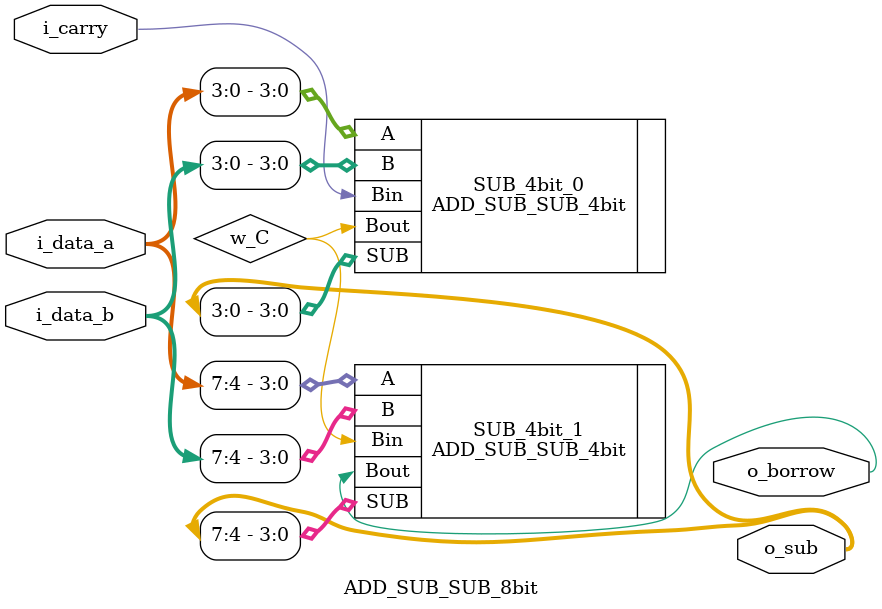
<source format=sv>
module ADD_SUB_SUB_8bit (
    input logic         i_carry,
    input  logic [7:0]  i_data_a,
    input  logic [7:0]  i_data_b,
    output logic [7:0]  o_sub,
    output logic        o_borrow
);

    logic [1:0] w_P, w_G;
    logic w_C;

    ADD_SUB_SUB_4bit SUB_4bit_0(
        .A        (i_data_a[3:0]),
        .B        (i_data_b[3:0]),
        .Bin      (i_carry),
        .SUB      (o_sub[3:0]),
        .Bout     (w_C) 
    );
    ADD_SUB_SUB_4bit SUB_4bit_1(
        .A        (i_data_a[7:4]),
        .B        (i_data_b[7:4]),
        .Bin      (w_C),
        .SUB      (o_sub[7:4]),
        .Bout     (o_borrow) 
    );

endmodule

</source>
